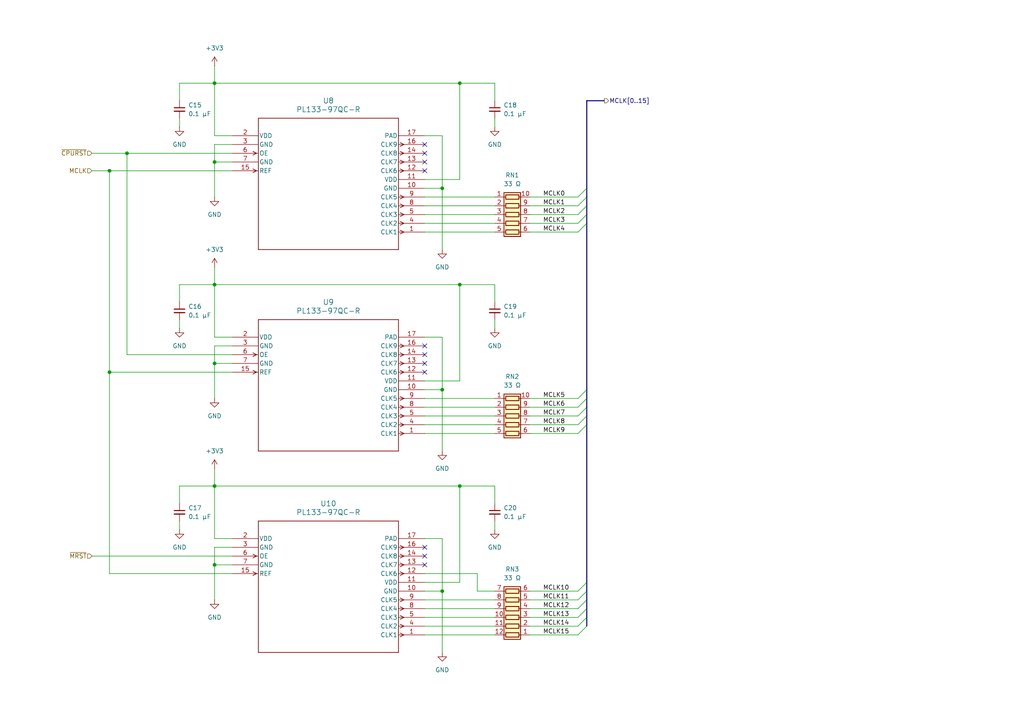
<source format=kicad_sch>
(kicad_sch (version 20231120) (generator "eeschema") (generator_version "8.0")
  (paper "A4")
  (title_block (title "RVFS MCLK Fanout") (date "2024-08-17") (rev "0.0.1") (comment 3 "Clocks for (peripheral) slots 10-15 are gated by the main reset signal.") (comment 4 "Clocks for (CPU) slots 0-9 are gated by the CPU reset signal."))
  (lib_symbols
    (symbol "Device:C_Small" (pin_numbers hide) (pin_names (offset 0.254) hide)
      (property "Reference" "C" (at 0.254 1.778 0))
      (property "Value" "C_Small" (at 0.254 -2.032 0))
      (symbol "C_Small_0_1"
        (polyline (pts (xy -1.524 -0.508) (xy 1.524 -0.508)) (stroke (width 0.3302)))
        (polyline (pts (xy -1.524 0.508) (xy 1.524 0.508)) (stroke (width 0.3048)))
      )
      (symbol "C_Small_1_1"
        (pin passive line (at 0 2.54 270) (length 2.032) (name "~") (number "1"))
        (pin passive line (at 0 -2.54 90) (length 2.032) (name "~") (number "2"))
      )
    )
    (symbol "Device:R_Pack05" (pin_names (offset 0) hide)
      (property "Reference" "RN" (at -7.62 0 90))
      (property "Value" "R_Pack05" (at 7.62 0 90))
      (symbol "R_Pack05_0_1"
        (rectangle (start -6.35 -2.413) (end 6.35 2.413) (stroke (width 0.254)) (fill (type background)))
        (rectangle (start -5.715 1.905) (end -4.445 -1.905) (stroke (width 0.254)))
        (rectangle (start -3.175 1.905) (end -1.905 -1.905) (stroke (width 0.254)))
        (rectangle (start -0.635 1.905) (end 0.635 -1.905) (stroke (width 0.254)))
        (polyline (pts (xy -5.08 -2.54) (xy -5.08 -1.905)))
        (polyline (pts (xy -5.08 1.905) (xy -5.08 2.54)))
        (polyline (pts (xy -2.54 -2.54) (xy -2.54 -1.905)))
        (polyline (pts (xy -2.54 1.905) (xy -2.54 2.54)))
        (polyline (pts (xy 0 -2.54) (xy 0 -1.905)))
        (polyline (pts (xy 0 1.905) (xy 0 2.54)))
        (polyline (pts (xy 2.54 -2.54) (xy 2.54 -1.905)))
        (polyline (pts (xy 2.54 1.905) (xy 2.54 2.54)))
        (polyline (pts (xy 5.08 -2.54) (xy 5.08 -1.905)))
        (polyline (pts (xy 5.08 1.905) (xy 5.08 2.54)))
        (rectangle (start 1.905 1.905) (end 3.175 -1.905) (stroke (width 0.254)))
        (rectangle (start 4.445 1.905) (end 5.715 -1.905) (stroke (width 0.254)))
      )
      (symbol "R_Pack05_1_1"
        (pin passive line (at -5.08 -5.08 90) (length 2.54) (name "R1.1") (number "1"))
        (pin passive line (at -5.08 5.08 270) (length 2.54) (name "R1.2") (number "10"))
        (pin passive line (at -2.54 -5.08 90) (length 2.54) (name "R2.1") (number "2"))
        (pin passive line (at 0 -5.08 90) (length 2.54) (name "R3.1") (number "3"))
        (pin passive line (at 2.54 -5.08 90) (length 2.54) (name "R4.1") (number "4"))
        (pin passive line (at 5.08 -5.08 90) (length 2.54) (name "R5.1") (number "5"))
        (pin passive line (at 5.08 5.08 270) (length 2.54) (name "R5.2") (number "6"))
        (pin passive line (at 2.54 5.08 270) (length 2.54) (name "R4.2") (number "7"))
        (pin passive line (at 0 5.08 270) (length 2.54) (name "R3.2") (number "8"))
        (pin passive line (at -2.54 5.08 270) (length 2.54) (name "R2.2") (number "9"))
      )
    )
    (symbol "Device:R_Pack06" (pin_names (offset 0) hide)
      (property "Reference" "RN" (at -10.16 0 90))
      (property "Value" "R_Pack06" (at 7.62 0 90))
      (symbol "R_Pack06_0_1"
        (rectangle (start -8.89 -2.413) (end 6.35 2.413) (stroke (width 0.254)) (fill (type background)))
        (rectangle (start -8.255 1.905) (end -6.985 -1.905) (stroke (width 0.254)))
        (rectangle (start -5.715 1.905) (end -4.445 -1.905) (stroke (width 0.254)))
        (rectangle (start -3.175 1.905) (end -1.905 -1.905) (stroke (width 0.254)))
        (rectangle (start -0.635 1.905) (end 0.635 -1.905) (stroke (width 0.254)))
        (polyline (pts (xy -7.62 -2.54) (xy -7.62 -1.905)))
        (polyline (pts (xy -7.62 1.905) (xy -7.62 2.54)))
        (polyline (pts (xy -5.08 -2.54) (xy -5.08 -1.905)))
        (polyline (pts (xy -5.08 1.905) (xy -5.08 2.54)))
        (polyline (pts (xy -2.54 -2.54) (xy -2.54 -1.905)))
        (polyline (pts (xy -2.54 1.905) (xy -2.54 2.54)))
        (polyline (pts (xy 0 -2.54) (xy 0 -1.905)))
        (polyline (pts (xy 0 1.905) (xy 0 2.54)))
        (polyline (pts (xy 2.54 -2.54) (xy 2.54 -1.905)))
        (polyline (pts (xy 2.54 1.905) (xy 2.54 2.54)))
        (polyline (pts (xy 5.08 -2.54) (xy 5.08 -1.905)))
        (polyline (pts (xy 5.08 1.905) (xy 5.08 2.54)))
        (rectangle (start 1.905 1.905) (end 3.175 -1.905) (stroke (width 0.254)))
        (rectangle (start 4.445 1.905) (end 5.715 -1.905) (stroke (width 0.254)))
      )
      (symbol "R_Pack06_1_1"
        (pin passive line (at -7.62 -5.08 90) (length 2.54) (name "R1.1") (number "1"))
        (pin passive line (at -2.54 5.08 270) (length 2.54) (name "R3.2") (number "10"))
        (pin passive line (at -5.08 5.08 270) (length 2.54) (name "R2.2") (number "11"))
        (pin passive line (at -7.62 5.08 270) (length 2.54) (name "R1.2") (number "12"))
        (pin passive line (at -5.08 -5.08 90) (length 2.54) (name "R2.1") (number "2"))
        (pin passive line (at -2.54 -5.08 90) (length 2.54) (name "R3.1") (number "3"))
        (pin passive line (at 0 -5.08 90) (length 2.54) (name "R4.1") (number "4"))
        (pin passive line (at 2.54 -5.08 90) (length 2.54) (name "R5.1") (number "5"))
        (pin passive line (at 5.08 -5.08 90) (length 2.54) (name "R6.1") (number "6"))
        (pin passive line (at 5.08 5.08 270) (length 2.54) (name "R6.2") (number "7"))
        (pin passive line (at 2.54 5.08 270) (length 2.54) (name "R5.2") (number "8"))
        (pin passive line (at 0 5.08 270) (length 2.54) (name "R4.2") (number "9"))
      )
    )
    (symbol "PL133-97Qx:PL133-97QC-R" (pin_names (offset 0.254))
      (property "Reference" "U" (at 27.94 10.16 0))
      (property "Value" "PL133-97QC-R" (at 27.94 7.62 0))
      (symbol "PL133-97QC-R_0_1"
        (polyline (pts (xy 7.0993 -10.16) (xy 6.0579 -10.6807)) (stroke (width 0.2032)))
        (polyline (pts (xy 7.0993 -10.16) (xy 6.0579 -9.6393)) (stroke (width 0.2032)))
        (polyline (pts (xy 7.0993 -5.08) (xy 6.0579 -5.6007)) (stroke (width 0.2032)))
        (polyline (pts (xy 7.0993 -5.08) (xy 6.0579 -4.5593)) (stroke (width 0.2032)))
        (polyline (pts (xy 7.62 -33.02) (xy 48.26 -33.02)) (stroke (width 0.2032)))
        (polyline (pts (xy 7.62 5.08) (xy 7.62 -33.02)) (stroke (width 0.2032)))
        (polyline (pts (xy 48.26 -33.02) (xy 48.26 5.08)) (stroke (width 0.2032)))
        (polyline (pts (xy 48.26 5.08) (xy 7.62 5.08)) (stroke (width 0.2032)))
        (polyline (pts (xy 48.7807 -28.4607) (xy 49.8221 -27.94)) (stroke (width 0.2032)))
        (polyline (pts (xy 48.7807 -27.4193) (xy 49.8221 -27.94)) (stroke (width 0.2032)))
        (polyline (pts (xy 48.7807 -25.9207) (xy 49.8221 -25.4)) (stroke (width 0.2032)))
        (polyline (pts (xy 48.7807 -24.8793) (xy 49.8221 -25.4)) (stroke (width 0.2032)))
        (polyline (pts (xy 48.7807 -23.3807) (xy 49.8221 -22.86)) (stroke (width 0.2032)))
        (polyline (pts (xy 48.7807 -22.3393) (xy 49.8221 -22.86)) (stroke (width 0.2032)))
        (polyline (pts (xy 48.7807 -20.8407) (xy 49.8221 -20.32)) (stroke (width 0.2032)))
        (polyline (pts (xy 48.7807 -19.7993) (xy 49.8221 -20.32)) (stroke (width 0.2032)))
        (polyline (pts (xy 48.7807 -18.3007) (xy 49.8221 -17.78)) (stroke (width 0.2032)))
        (polyline (pts (xy 48.7807 -17.2593) (xy 49.8221 -17.78)) (stroke (width 0.2032)))
        (polyline (pts (xy 48.7807 -10.6807) (xy 49.8221 -10.16)) (stroke (width 0.2032)))
        (polyline (pts (xy 48.7807 -9.6393) (xy 49.8221 -10.16)) (stroke (width 0.2032)))
        (polyline (pts (xy 48.7807 -8.1407) (xy 49.8221 -7.62)) (stroke (width 0.2032)))
        (polyline (pts (xy 48.7807 -7.0993) (xy 49.8221 -7.62)) (stroke (width 0.2032)))
        (polyline (pts (xy 48.7807 -5.6007) (xy 49.8221 -5.08)) (stroke (width 0.2032)))
        (polyline (pts (xy 48.7807 -4.5593) (xy 49.8221 -5.08)) (stroke (width 0.2032)))
        (polyline (pts (xy 48.7807 -3.0607) (xy 49.8221 -2.54)) (stroke (width 0.2032)))
        (polyline (pts (xy 48.7807 -2.0193) (xy 49.8221 -2.54)) (stroke (width 0.2032)))
        (pin output line (at 55.88 -27.94 180) (length 7.62) (name "CLK1") (number "1"))
        (pin power_in line (at 55.88 -15.24 180) (length 7.62) (name "GND") (number "10"))
        (pin power_in line (at 55.88 -12.7 180) (length 7.62) (name "VDD") (number "11"))
        (pin output line (at 55.88 -10.16 180) (length 7.62) (name "CLK6") (number "12"))
        (pin output line (at 55.88 -7.62 180) (length 7.62) (name "CLK7") (number "13"))
        (pin output line (at 55.88 -5.08 180) (length 7.62) (name "CLK8") (number "14"))
        (pin input line (at 0 -10.16 0) (length 7.62) (name "REF") (number "15"))
        (pin output line (at 55.88 -2.54 180) (length 7.62) (name "CLK9") (number "16"))
        (pin power_in line (at 0 0 0) (length 7.62) (name "VDD") (number "2"))
        (pin power_in line (at 0 -2.54 0) (length 7.62) (name "GND") (number "3"))
        (pin output line (at 55.88 -25.4 180) (length 7.62) (name "CLK2") (number "4"))
        (pin output line (at 55.88 -22.86 180) (length 7.62) (name "CLK3") (number "5"))
        (pin input line (at 0 -5.08 0) (length 7.62) (name "OE") (number "6"))
        (pin power_in line (at 0 -7.62 0) (length 7.62) (name "GND") (number "7"))
        (pin output line (at 55.88 -20.32 180) (length 7.62) (name "CLK4") (number "8"))
        (pin output line (at 55.88 -17.78 180) (length 7.62) (name "CLK5") (number "9"))
      )
      (symbol "PL133-97QC-R_1_1"
        (pin power_in line (at 55.88 0 180) (length 7.62) (name "PAD") (number "17"))
      )
    )
    (symbol "power:+3V3" (power) (pin_numbers hide) (pin_names (offset 0) hide)
      (property "Value" "+3V3" (at 0 3.556 0))
      (symbol "+3V3_0_1"
        (polyline (pts (xy -0.762 1.27) (xy 0 2.54)))
        (polyline (pts (xy 0 0) (xy 0 2.54)))
        (polyline (pts (xy 0 2.54) (xy 0.762 1.27)))
      )
      (symbol "+3V3_1_1"
        (pin power_in line (at 0 0 90) (length 0) (name "~") (number "1"))
      )
    )
    (symbol "power:GND" (power) (pin_numbers hide) (pin_names (offset 0) hide)
      (property "Value" "GND" (at 0 -3.81 0))
      (symbol "GND_0_1"
        (polyline (pts (xy 0 0) (xy 0 -1.27) (xy 1.27 -1.27) (xy 0 -2.54) (xy -1.27 -1.27) (xy 0 -1.27)))
      )
      (symbol "GND_1_1"
        (pin power_in line (at 0 0 270) (length 0) (name "~") (number "1"))
      )
    )
  )
  (junction (at 62.23 105.41))
  (junction (at 36.83 44.45))
  (junction (at 62.23 24.13))
  (junction (at 133.35 82.55))
  (junction (at 62.23 163.83))
  (junction (at 31.75 49.53))
  (junction (at 128.27 54.61))
  (junction (at 62.23 82.55))
  (junction (at 62.23 140.97))
  (junction (at 31.75 107.95))
  (junction (at 133.35 140.97))
  (junction (at 128.27 113.03))
  (junction (at 133.35 24.13))
  (junction (at 128.27 171.45))
  (junction (at 62.23 46.99))
  (no_connect (at 123.19 46.99))
  (no_connect (at 123.19 49.53))
  (no_connect (at 123.19 44.45))
  (no_connect (at 123.19 41.91))
  (no_connect (at 123.19 105.41))
  (no_connect (at 123.19 102.87))
  (no_connect (at 123.19 161.29))
  (no_connect (at 123.19 163.83))
  (no_connect (at 123.19 158.75))
  (no_connect (at 123.19 107.95))
  (no_connect (at 123.19 100.33))
  (bus_entry (at 170.18 113.03) (size -2.54 2.54))
  (bus_entry (at 170.18 118.11) (size -2.54 2.54))
  (bus_entry (at 170.18 115.57) (size -2.54 2.54))
  (bus_entry (at 170.18 173.99) (size -2.54 2.54))
  (bus_entry (at 170.18 168.91) (size -2.54 2.54))
  (bus_entry (at 170.18 57.15) (size -2.54 2.54))
  (bus_entry (at 170.18 123.19) (size -2.54 2.54))
  (bus_entry (at 170.18 181.61) (size -2.54 2.54))
  (bus_entry (at 170.18 54.61) (size -2.54 2.54))
  (bus_entry (at 170.18 64.77) (size -2.54 2.54))
  (bus_entry (at 170.18 62.23) (size -2.54 2.54))
  (bus_entry (at 170.18 179.07) (size -2.54 2.54))
  (bus_entry (at 170.18 176.53) (size -2.54 2.54))
  (bus_entry (at 170.18 120.65) (size -2.54 2.54))
  (bus_entry (at 170.18 59.69) (size -2.54 2.54))
  (bus_entry (at 170.18 171.45) (size -2.54 2.54))
  (wire (pts (xy 153.67 57.15) (xy 167.64 57.15)))
  (bus (pts (xy 170.18 120.65) (xy 170.18 123.19)))
  (wire (pts (xy 62.23 163.83) (xy 67.31 163.83)))
  (wire (pts (xy 62.23 24.13) (xy 133.35 24.13)))
  (wire (pts (xy 153.67 173.99) (xy 167.64 173.99)))
  (bus (pts (xy 170.18 113.03) (xy 170.18 115.57)))
  (wire (pts (xy 133.35 140.97) (xy 133.35 168.91)))
  (wire (pts (xy 128.27 97.79) (xy 128.27 113.03)))
  (wire (pts (xy 143.51 171.45) (xy 138.43 171.45)))
  (wire (pts (xy 67.31 156.21) (xy 62.23 156.21)))
  (wire (pts (xy 62.23 158.75) (xy 62.23 163.83)))
  (wire (pts (xy 62.23 140.97) (xy 133.35 140.97)))
  (wire (pts (xy 67.31 41.91) (xy 62.23 41.91)))
  (wire (pts (xy 123.19 176.53) (xy 143.51 176.53)))
  (wire (pts (xy 153.67 67.31) (xy 167.64 67.31)))
  (wire (pts (xy 52.07 24.13) (xy 52.07 29.21)))
  (wire (pts (xy 62.23 100.33) (xy 62.23 105.41)))
  (wire (pts (xy 31.75 166.37) (xy 31.75 107.95)))
  (wire (pts (xy 123.19 156.21) (xy 128.27 156.21)))
  (wire (pts (xy 123.19 39.37) (xy 128.27 39.37)))
  (wire (pts (xy 123.19 59.69) (xy 143.51 59.69)))
  (wire (pts (xy 153.67 115.57) (xy 167.64 115.57)))
  (wire (pts (xy 143.51 151.13) (xy 143.51 153.67)))
  (wire (pts (xy 62.23 163.83) (xy 62.23 173.99)))
  (wire (pts (xy 128.27 54.61) (xy 128.27 72.39)))
  (wire (pts (xy 62.23 140.97) (xy 52.07 140.97)))
  (wire (pts (xy 62.23 19.05) (xy 62.23 24.13)))
  (wire (pts (xy 153.67 59.69) (xy 167.64 59.69)))
  (wire (pts (xy 143.51 82.55) (xy 143.51 87.63)))
  (wire (pts (xy 123.19 115.57) (xy 143.51 115.57)))
  (wire (pts (xy 26.67 161.29) (xy 67.31 161.29)))
  (bus (pts (xy 170.18 59.69) (xy 170.18 62.23)))
  (wire (pts (xy 153.67 181.61) (xy 167.64 181.61)))
  (wire (pts (xy 123.19 54.61) (xy 128.27 54.61)))
  (bus (pts (xy 170.18 123.19) (xy 170.18 168.91)))
  (wire (pts (xy 62.23 77.47) (xy 62.23 82.55)))
  (wire (pts (xy 67.31 100.33) (xy 62.23 100.33)))
  (wire (pts (xy 133.35 82.55) (xy 143.51 82.55)))
  (wire (pts (xy 133.35 82.55) (xy 133.35 110.49)))
  (wire (pts (xy 36.83 44.45) (xy 67.31 44.45)))
  (bus (pts (xy 170.18 64.77) (xy 170.18 113.03)))
  (wire (pts (xy 62.23 41.91) (xy 62.23 46.99)))
  (wire (pts (xy 153.67 118.11) (xy 167.64 118.11)))
  (wire (pts (xy 62.23 46.99) (xy 67.31 46.99)))
  (bus (pts (xy 170.18 173.99) (xy 170.18 176.53)))
  (wire (pts (xy 143.51 140.97) (xy 143.51 146.05)))
  (bus (pts (xy 170.18 115.57) (xy 170.18 118.11)))
  (wire (pts (xy 123.19 166.37) (xy 138.43 166.37)))
  (wire (pts (xy 62.23 140.97) (xy 62.23 156.21)))
  (wire (pts (xy 62.23 82.55) (xy 62.23 97.79)))
  (wire (pts (xy 123.19 113.03) (xy 128.27 113.03)))
  (wire (pts (xy 143.51 34.29) (xy 143.51 36.83)))
  (wire (pts (xy 153.67 171.45) (xy 167.64 171.45)))
  (wire (pts (xy 133.35 24.13) (xy 133.35 52.07)))
  (bus (pts (xy 170.18 176.53) (xy 170.18 179.07)))
  (wire (pts (xy 52.07 92.71) (xy 52.07 95.25)))
  (wire (pts (xy 128.27 156.21) (xy 128.27 171.45)))
  (wire (pts (xy 128.27 171.45) (xy 128.27 189.23)))
  (wire (pts (xy 123.19 123.19) (xy 143.51 123.19)))
  (wire (pts (xy 52.07 140.97) (xy 52.07 146.05)))
  (wire (pts (xy 153.67 184.15) (xy 167.64 184.15)))
  (bus (pts (xy 170.18 62.23) (xy 170.18 64.77)))
  (wire (pts (xy 123.19 184.15) (xy 143.51 184.15)))
  (wire (pts (xy 52.07 82.55) (xy 52.07 87.63)))
  (bus (pts (xy 170.18 168.91) (xy 170.18 171.45)))
  (wire (pts (xy 123.19 67.31) (xy 143.51 67.31)))
  (wire (pts (xy 133.35 140.97) (xy 143.51 140.97)))
  (bus (pts (xy 170.18 171.45) (xy 170.18 173.99)))
  (wire (pts (xy 67.31 97.79) (xy 62.23 97.79)))
  (wire (pts (xy 123.19 168.91) (xy 133.35 168.91)))
  (wire (pts (xy 123.19 173.99) (xy 143.51 173.99)))
  (wire (pts (xy 31.75 49.53) (xy 31.75 107.95)))
  (wire (pts (xy 153.67 179.07) (xy 167.64 179.07)))
  (wire (pts (xy 52.07 34.29) (xy 52.07 36.83)))
  (wire (pts (xy 67.31 39.37) (xy 62.23 39.37)))
  (wire (pts (xy 62.23 24.13) (xy 52.07 24.13)))
  (bus (pts (xy 170.18 118.11) (xy 170.18 120.65)))
  (wire (pts (xy 52.07 151.13) (xy 52.07 153.67)))
  (wire (pts (xy 153.67 123.19) (xy 167.64 123.19)))
  (wire (pts (xy 62.23 24.13) (xy 62.23 39.37)))
  (wire (pts (xy 123.19 64.77) (xy 143.51 64.77)))
  (bus (pts (xy 170.18 54.61) (xy 170.18 57.15)))
  (wire (pts (xy 62.23 46.99) (xy 62.23 57.15)))
  (wire (pts (xy 123.19 171.45) (xy 128.27 171.45)))
  (wire (pts (xy 153.67 62.23) (xy 167.64 62.23)))
  (wire (pts (xy 31.75 49.53) (xy 67.31 49.53)))
  (wire (pts (xy 153.67 64.77) (xy 167.64 64.77)))
  (wire (pts (xy 123.19 62.23) (xy 143.51 62.23)))
  (wire (pts (xy 123.19 97.79) (xy 128.27 97.79)))
  (wire (pts (xy 153.67 125.73) (xy 167.64 125.73)))
  (wire (pts (xy 133.35 24.13) (xy 143.51 24.13)))
  (wire (pts (xy 123.19 118.11) (xy 143.51 118.11)))
  (wire (pts (xy 26.67 44.45) (xy 36.83 44.45)))
  (wire (pts (xy 31.75 166.37) (xy 67.31 166.37)))
  (wire (pts (xy 62.23 135.89) (xy 62.23 140.97)))
  (wire (pts (xy 143.51 24.13) (xy 143.51 29.21)))
  (wire (pts (xy 62.23 82.55) (xy 52.07 82.55)))
  (wire (pts (xy 128.27 113.03) (xy 128.27 130.81)))
  (wire (pts (xy 62.23 82.55) (xy 133.35 82.55)))
  (wire (pts (xy 153.67 176.53) (xy 167.64 176.53)))
  (wire (pts (xy 62.23 105.41) (xy 62.23 115.57)))
  (wire (pts (xy 153.67 120.65) (xy 167.64 120.65)))
  (wire (pts (xy 123.19 120.65) (xy 143.51 120.65)))
  (wire (pts (xy 143.51 92.71) (xy 143.51 95.25)))
  (wire (pts (xy 123.19 179.07) (xy 143.51 179.07)))
  (wire (pts (xy 26.67 49.53) (xy 31.75 49.53)))
  (bus (pts (xy 170.18 29.21) (xy 170.18 54.61)))
  (wire (pts (xy 128.27 39.37) (xy 128.27 54.61)))
  (wire (pts (xy 123.19 57.15) (xy 143.51 57.15)))
  (bus (pts (xy 170.18 29.21) (xy 175.26 29.21)))
  (bus (pts (xy 170.18 179.07) (xy 170.18 181.61)))
  (wire (pts (xy 31.75 107.95) (xy 67.31 107.95)))
  (wire (pts (xy 123.19 125.73) (xy 143.51 125.73)))
  (wire (pts (xy 36.83 102.87) (xy 67.31 102.87)))
  (wire (pts (xy 123.19 181.61) (xy 143.51 181.61)))
  (wire (pts (xy 123.19 52.07) (xy 133.35 52.07)))
  (bus (pts (xy 170.18 57.15) (xy 170.18 59.69)))
  (wire (pts (xy 36.83 44.45) (xy 36.83 102.87)))
  (wire (pts (xy 62.23 105.41) (xy 67.31 105.41)))
  (wire (pts (xy 67.31 158.75) (xy 62.23 158.75)))
  (wire (pts (xy 123.19 110.49) (xy 133.35 110.49)))
  (wire (pts (xy 138.43 171.45) (xy 138.43 166.37)))
  (label "MCLK4" (at 157.48 67.31 0))
  (label "MCLK3" (at 157.48 64.77 0))
  (label "MCLK10" (at 157.48 171.45 0))
  (label "MCLK9" (at 157.48 125.73 0))
  (label "MCLK15" (at 157.48 184.15 0))
  (label "MCLK11" (at 157.48 173.99 0))
  (label "MCLK6" (at 157.48 118.11 0))
  (label "MCLK12" (at 157.48 176.53 0))
  (label "MCLK7" (at 157.48 120.65 0))
  (label "MCLK8" (at 157.48 123.19 0))
  (label "MCLK5" (at 157.48 115.57 0))
  (label "MCLK14" (at 157.48 181.61 0))
  (label "MCLK1" (at 157.48 59.69 0))
  (label "MCLK0" (at 157.48 57.15 0))
  (label "MCLK13" (at 157.48 179.07 0))
  (label "MCLK2" (at 157.48 62.23 0))
  (hierarchical_label "~{MRST}" (shape input) (at 26.67 161.29 180))
  (hierarchical_label "~{CPURST}" (shape input) (at 26.67 44.45 180))
  (hierarchical_label "MCLK[0..15]" (shape output) (at 175.26 29.21 0))
  (hierarchical_label "MCLK" (shape input) (at 26.67 49.53 180))
  (symbol (lib_id "power:GND") (at 62.23 57.15 0) (unit 1)
    (property "Reference" "#PWR0177" (effects (hide yes)))
    (property "Value" "GND" (at 62.23 62.23 0))
    (property "Description" "Power symbol creates a global label with name \"GND\" , ground" (effects (hide yes)))
  )
  (symbol (lib_id "power:GND") (at 52.07 36.83 0) (unit 1)
    (property "Reference" "#PWR0173" (effects (hide yes)))
    (property "Value" "GND" (at 52.07 41.91 0))
    (property "Description" "Power symbol creates a global label with name \"GND\" , ground" (effects (hide yes)))
  )
  (symbol (lib_id "Device:C_Small") (at 143.51 90.17 0) (unit 1)
    (property "Reference" "C19" (at 146.05 88.9062 0) (effects (justify left)))
    (property "Value" "0.1 µF" (at 146.05 91.4462 0) (effects (justify left)))
    (property "Description" "Unpolarized capacitor, small symbol" (effects (hide yes)))
  )
  (symbol (lib_id "power:GND") (at 128.27 130.81 0) (unit 1)
    (property "Reference" "#PWR0183" (effects (hide yes)))
    (property "Value" "GND" (at 128.27 135.89 0))
    (property "Description" "Power symbol creates a global label with name \"GND\" , ground" (effects (hide yes)))
  )
  (symbol (lib_id "power:+3V3") (at 62.23 77.47 0) (unit 1)
    (property "Reference" "#PWR0178" (effects (hide yes)))
    (property "Value" "+3V3" (at 62.23 72.39 0))
    (property "Description" "Power symbol creates a global label with name \"+3V3\"" (effects (hide yes)))
  )
  (symbol (lib_id "power:GND") (at 52.07 95.25 0) (unit 1)
    (property "Reference" "#PWR0174" (effects (hide yes)))
    (property "Value" "GND" (at 52.07 100.33 0))
    (property "Description" "Power symbol creates a global label with name \"GND\" , ground" (effects (hide yes)))
  )
  (symbol (lib_id "Device:R_Pack05") (at 148.59 120.65 270) (unit 1)
    (property "Reference" "RN2" (at 148.59 109.22 90))
    (property "Value" "33 Ω" (at 148.59 111.76 90))
    (property "Description" "5 resistor network, parallel topology" (effects (hide yes)))
  )
  (symbol (lib_id "Device:C_Small") (at 52.07 31.75 0) (unit 1)
    (property "Reference" "C15" (at 54.61 30.4862 0) (effects (justify left)))
    (property "Value" "0.1 µF" (at 54.61 33.0262 0) (effects (justify left)))
    (property "Description" "Unpolarized capacitor, small symbol" (effects (hide yes)))
  )
  (symbol (lib_id "power:+3V3") (at 62.23 135.89 0) (unit 1)
    (property "Reference" "#PWR0180" (effects (hide yes)))
    (property "Value" "+3V3" (at 62.23 130.81 0))
    (property "Description" "Power symbol creates a global label with name \"+3V3\"" (effects (hide yes)))
  )
  (symbol (lib_id "power:GND") (at 143.51 153.67 0) (unit 1)
    (property "Reference" "#PWR0187" (effects (hide yes)))
    (property "Value" "GND" (at 143.51 158.75 0))
    (property "Description" "Power symbol creates a global label with name \"GND\" , ground" (effects (hide yes)))
  )
  (symbol (lib_id "Device:C_Small") (at 143.51 31.75 0) (unit 1)
    (property "Reference" "C18" (at 146.05 30.4862 0) (effects (justify left)))
    (property "Value" "0.1 µF" (at 146.05 33.0262 0) (effects (justify left)))
    (property "Description" "Unpolarized capacitor, small symbol" (effects (hide yes)))
  )
  (symbol (lib_id "power:+3V3") (at 62.23 19.05 0) (unit 1)
    (property "Reference" "#PWR0176" (effects (hide yes)))
    (property "Value" "+3V3" (at 62.23 13.97 0))
    (property "Description" "Power symbol creates a global label with name \"+3V3\"" (effects (hide yes)))
  )
  (symbol (lib_id "power:GND") (at 62.23 173.99 0) (unit 1)
    (property "Reference" "#PWR0181" (effects (hide yes)))
    (property "Value" "GND" (at 62.23 179.07 0))
    (property "Description" "Power symbol creates a global label with name \"GND\" , ground" (effects (hide yes)))
  )
  (symbol (lib_id "Device:R_Pack05") (at 148.59 62.23 270) (unit 1)
    (property "Reference" "RN1" (at 148.59 50.8 90))
    (property "Value" "33 Ω" (at 148.59 53.34 90))
    (property "Description" "5 resistor network, parallel topology" (effects (hide yes)))
  )
  (symbol (lib_id "power:GND") (at 143.51 95.25 0) (unit 1)
    (property "Reference" "#PWR0186" (effects (hide yes)))
    (property "Value" "GND" (at 143.51 100.33 0))
    (property "Description" "Power symbol creates a global label with name \"GND\" , ground" (effects (hide yes)))
  )
  (symbol (lib_id "Device:C_Small") (at 52.07 90.17 0) (unit 1)
    (property "Reference" "C16" (at 54.61 88.9062 0) (effects (justify left)))
    (property "Value" "0.1 µF" (at 54.61 91.4462 0) (effects (justify left)))
    (property "Description" "Unpolarized capacitor, small symbol" (effects (hide yes)))
  )
  (symbol (lib_id "PL133-97Qx:PL133-97QC-R") (at 67.31 97.79 0) (unit 1)
    (property "Reference" "U9" (at 95.25 87.63 0) (effects (font (size 1.524 1.524))))
    (property "Value" "PL133-97QC-R" (at 95.25 90.17 0) (effects (font (size 1.524 1.524))))
    (property "Footprint" "QFN-16_MCL" (effects (hide yes)))
    (property "Datasheet" "PL133-97QC-R" (effects (hide yes)))
  )
  (symbol (lib_id "power:GND") (at 143.51 36.83 0) (unit 1)
    (property "Reference" "#PWR0185" (effects (hide yes)))
    (property "Value" "GND" (at 143.51 41.91 0))
    (property "Description" "Power symbol creates a global label with name \"GND\" , ground" (effects (hide yes)))
  )
  (symbol (lib_id "Device:R_Pack06") (at 148.59 176.53 90) (unit 1)
    (property "Reference" "RN3" (at 148.59 165.1 90))
    (property "Value" "33 Ω" (at 148.59 167.64 90))
    (property "Description" "6 resistor network, parallel topology" (effects (hide yes)))
  )
  (symbol (lib_id "PL133-97Qx:PL133-97QC-R") (at 67.31 156.21 0) (unit 1)
    (property "Reference" "U10" (at 95.25 146.05 0) (effects (font (size 1.524 1.524))))
    (property "Value" "PL133-97QC-R" (at 95.25 148.59 0) (effects (font (size 1.524 1.524))))
    (property "Footprint" "QFN-16_MCL" (effects (hide yes)))
    (property "Datasheet" "PL133-97QC-R" (effects (hide yes)))
  )
  (symbol (lib_id "power:GND") (at 128.27 72.39 0) (unit 1)
    (property "Reference" "#PWR0182" (effects (hide yes)))
    (property "Value" "GND" (at 128.27 77.47 0))
    (property "Description" "Power symbol creates a global label with name \"GND\" , ground" (effects (hide yes)))
  )
  (symbol (lib_id "power:GND") (at 62.23 115.57 0) (unit 1)
    (property "Reference" "#PWR0179" (effects (hide yes)))
    (property "Value" "GND" (at 62.23 120.65 0))
    (property "Description" "Power symbol creates a global label with name \"GND\" , ground" (effects (hide yes)))
  )
  (symbol (lib_id "power:GND") (at 128.27 189.23 0) (unit 1)
    (property "Reference" "#PWR0184" (effects (hide yes)))
    (property "Value" "GND" (at 128.27 194.31 0))
    (property "Description" "Power symbol creates a global label with name \"GND\" , ground" (effects (hide yes)))
  )
  (symbol (lib_id "PL133-97Qx:PL133-97QC-R") (at 67.31 39.37 0) (unit 1)
    (property "Reference" "U8" (at 95.25 29.21 0) (effects (font (size 1.524 1.524))))
    (property "Value" "PL133-97QC-R" (at 95.25 31.75 0) (effects (font (size 1.524 1.524))))
    (property "Footprint" "QFN-16_MCL" (effects (hide yes)))
    (property "Datasheet" "PL133-97QC-R" (effects (hide yes)))
  )
  (symbol (lib_id "Device:C_Small") (at 143.51 148.59 0) (unit 1)
    (property "Reference" "C20" (at 146.05 147.3262 0) (effects (justify left)))
    (property "Value" "0.1 µF" (at 146.05 149.8662 0) (effects (justify left)))
    (property "Description" "Unpolarized capacitor, small symbol" (effects (hide yes)))
  )
  (symbol (lib_id "Device:C_Small") (at 52.07 148.59 0) (unit 1)
    (property "Reference" "C17" (at 54.61 147.3262 0) (effects (justify left)))
    (property "Value" "0.1 µF" (at 54.61 149.8662 0) (effects (justify left)))
    (property "Description" "Unpolarized capacitor, small symbol" (effects (hide yes)))
  )
  (symbol (lib_id "power:GND") (at 52.07 153.67 0) (unit 1)
    (property "Reference" "#PWR0175" (effects (hide yes)))
    (property "Value" "GND" (at 52.07 158.75 0))
    (property "Description" "Power symbol creates a global label with name \"GND\" , ground" (effects (hide yes)))
  )
)
</source>
